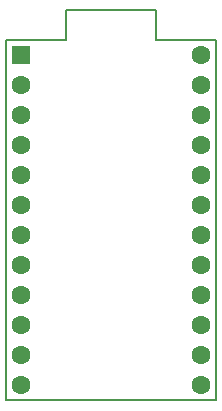
<source format=gbr>
%TF.GenerationSoftware,KiCad,Pcbnew,(6.0.7-1)-1*%
%TF.CreationDate,2022-09-29T18:34:29+02:00*%
%TF.ProjectId,staggered-keyboard,73746167-6765-4726-9564-2d6b6579626f,rev?*%
%TF.SameCoordinates,Original*%
%TF.FileFunction,Legend,Top*%
%TF.FilePolarity,Positive*%
%FSLAX46Y46*%
G04 Gerber Fmt 4.6, Leading zero omitted, Abs format (unit mm)*
G04 Created by KiCad (PCBNEW (6.0.7-1)-1) date 2022-09-29 18:34:29*
%MOMM*%
%LPD*%
G01*
G04 APERTURE LIST*
%ADD10C,0.150000*%
%ADD11C,1.600000*%
%ADD12R,1.600000X1.600000*%
G04 APERTURE END LIST*
D10*
%TO.C,U1*%
X79490000Y-138130000D02*
X79490000Y-140670000D01*
X84570000Y-171150000D02*
X66790000Y-171150000D01*
X84570000Y-140670000D02*
X84570000Y-171150000D01*
X71870000Y-140670000D02*
X71870000Y-138130000D01*
X79490000Y-140670000D02*
X84570000Y-140670000D01*
X66790000Y-140670000D02*
X71870000Y-140670000D01*
X66790000Y-140670000D02*
X66790000Y-171150000D01*
X71870000Y-138130000D02*
X79490000Y-138130000D01*
%TD*%
D11*
%TO.C,U1*%
X83300000Y-141940000D03*
X83300000Y-144480000D03*
X83300000Y-147020000D03*
X83300000Y-149560000D03*
X83300000Y-152100000D03*
X83300000Y-154640000D03*
X83300000Y-157180000D03*
X83300000Y-159720000D03*
X83300000Y-162260000D03*
X83300000Y-164800000D03*
X83300000Y-167340000D03*
X83300000Y-169880000D03*
X68060000Y-169880000D03*
X68060000Y-167340000D03*
X68060000Y-164800000D03*
X68060000Y-162260000D03*
X68060000Y-159720000D03*
X68060000Y-157180000D03*
X68060000Y-154640000D03*
X68060000Y-152100000D03*
X68060000Y-149560000D03*
X68060000Y-147020000D03*
X68060000Y-144480000D03*
D12*
X68060000Y-141940000D03*
%TD*%
M02*

</source>
